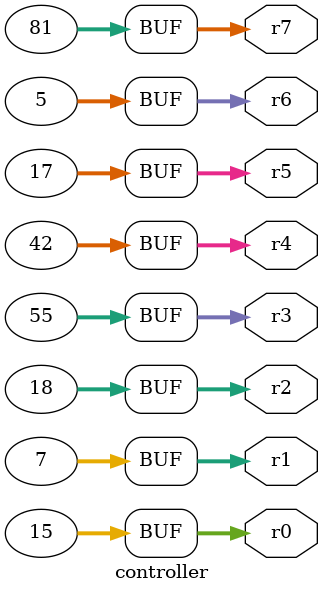
<source format=v>
module controller(
    output wire [31:0] r0,
    output wire [31:0] r1,
    output wire [31:0] r2,
    output wire [31:0] r3,
    output wire [31:0] r4,
    output wire [31:0] r5,
    output wire [31:0] r6,
    output wire [31:0] r7
    
);
    assign r0 = 32'd15;
    assign r1 = 32'd7;
    assign r2 = 32'd18;
    assign r3 = 32'd55;
    assign r4 = 32'd42;
    assign r5 = 32'd17;
    assign r6 = 32'd5;
    assign r7 = 32'd81;
   
    
endmodule
</source>
